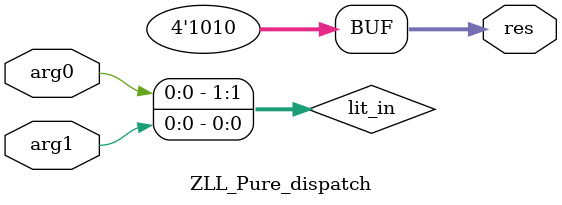
<source format=sv>
module top_level (input logic [0:0] clk,
  input logic [0:0] rst,
  input logic [0:0] __in0,
  output logic [0:0] __out0);
  logic [2:0] zll_pure_dispatch_in;
  logic [3:0] zll_pure_dispatch_out;
  logic [2:0] zll_pure_dispatch_inR1;
  logic [3:0] zll_pure_dispatch_outR1;
  logic [0:0] __continue;
  logic [0:0] __resumption_tag;
  logic [0:0] __st0;
  logic [0:0] __resumption_tag_next;
  logic [0:0] __st0_next;
  assign zll_pure_dispatch_in = {__in0, {__resumption_tag, __st0}};
  ZLL_Pure_dispatch  inst (zll_pure_dispatch_in[2], zll_pure_dispatch_in[0], zll_pure_dispatch_out);
  assign zll_pure_dispatch_inR1 = {__in0, {__resumption_tag, __st0}};
  ZLL_Pure_dispatch  instR1 (zll_pure_dispatch_inR1[2], zll_pure_dispatch_inR1[0], zll_pure_dispatch_outR1);
  assign {__continue, __out0, __resumption_tag_next, __st0_next} = (zll_pure_dispatch_inR1[1] == 1'h1) ? zll_pure_dispatch_outR1 : zll_pure_dispatch_out;
  initial {__resumption_tag, __st0} <= 2'h0;
  always @ (posedge clk or posedge rst) begin
    if (rst == 1'h1) begin
      {__resumption_tag, __st0} <= 2'h0;
    end else begin
      {__resumption_tag, __st0} <= {__resumption_tag_next, __st0_next};
    end
  end
endmodule

module ZLL_Pure_dispatch (input logic [0:0] arg0,
  input logic [0:0] arg1,
  output logic [3:0] res);
  logic [1:0] lit_in;
  assign lit_in = {arg0, arg1};
  assign res = 4'ha;
endmodule
</source>
